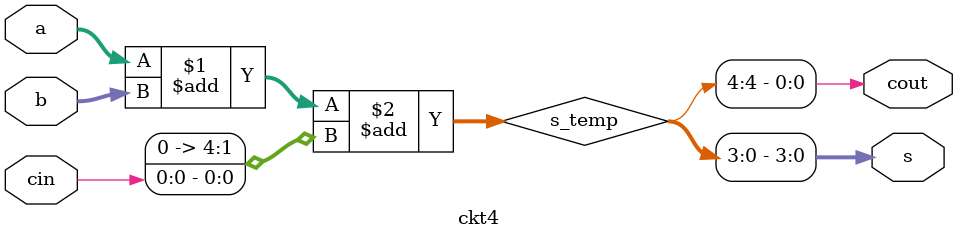
<source format=sv>
module ckt4 (
    input logic [3:0] a, b,
    input logic cin,
    output logic [3:0] s,
    output logic cout
);
    logic [4:0] s_temp;
    assign s_temp = a + b + {3'b000,cin};
    assign s = s_temp[3:0];
    assign cout = s_temp[4];
endmodule
</source>
